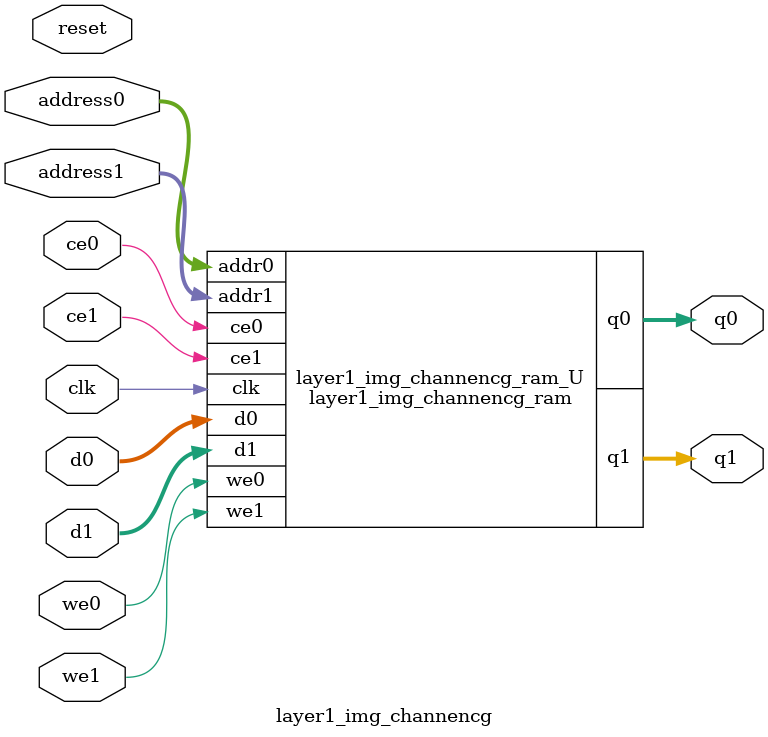
<source format=v>
`timescale 1 ns / 1 ps
module layer1_img_channencg_ram (addr0, ce0, d0, we0, q0, addr1, ce1, d1, we1, q1,  clk);

parameter DWIDTH = 12;
parameter AWIDTH = 13;
parameter MEM_SIZE = 5508;

input[AWIDTH-1:0] addr0;
input ce0;
input[DWIDTH-1:0] d0;
input we0;
output reg[DWIDTH-1:0] q0;
input[AWIDTH-1:0] addr1;
input ce1;
input[DWIDTH-1:0] d1;
input we1;
output reg[DWIDTH-1:0] q1;
input clk;

(* ram_style = "block" *)reg [DWIDTH-1:0] ram[0:MEM_SIZE-1];




always @(posedge clk)  
begin 
    if (ce0) 
    begin
        if (we0) 
        begin 
            ram[addr0] <= d0; 
        end 
        q0 <= ram[addr0];
    end
end


always @(posedge clk)  
begin 
    if (ce1) 
    begin
        if (we1) 
        begin 
            ram[addr1] <= d1; 
        end 
        q1 <= ram[addr1];
    end
end


endmodule

`timescale 1 ns / 1 ps
module layer1_img_channencg(
    reset,
    clk,
    address0,
    ce0,
    we0,
    d0,
    q0,
    address1,
    ce1,
    we1,
    d1,
    q1);

parameter DataWidth = 32'd12;
parameter AddressRange = 32'd5508;
parameter AddressWidth = 32'd13;
input reset;
input clk;
input[AddressWidth - 1:0] address0;
input ce0;
input we0;
input[DataWidth - 1:0] d0;
output[DataWidth - 1:0] q0;
input[AddressWidth - 1:0] address1;
input ce1;
input we1;
input[DataWidth - 1:0] d1;
output[DataWidth - 1:0] q1;



layer1_img_channencg_ram layer1_img_channencg_ram_U(
    .clk( clk ),
    .addr0( address0 ),
    .ce0( ce0 ),
    .we0( we0 ),
    .d0( d0 ),
    .q0( q0 ),
    .addr1( address1 ),
    .ce1( ce1 ),
    .we1( we1 ),
    .d1( d1 ),
    .q1( q1 ));

endmodule


</source>
